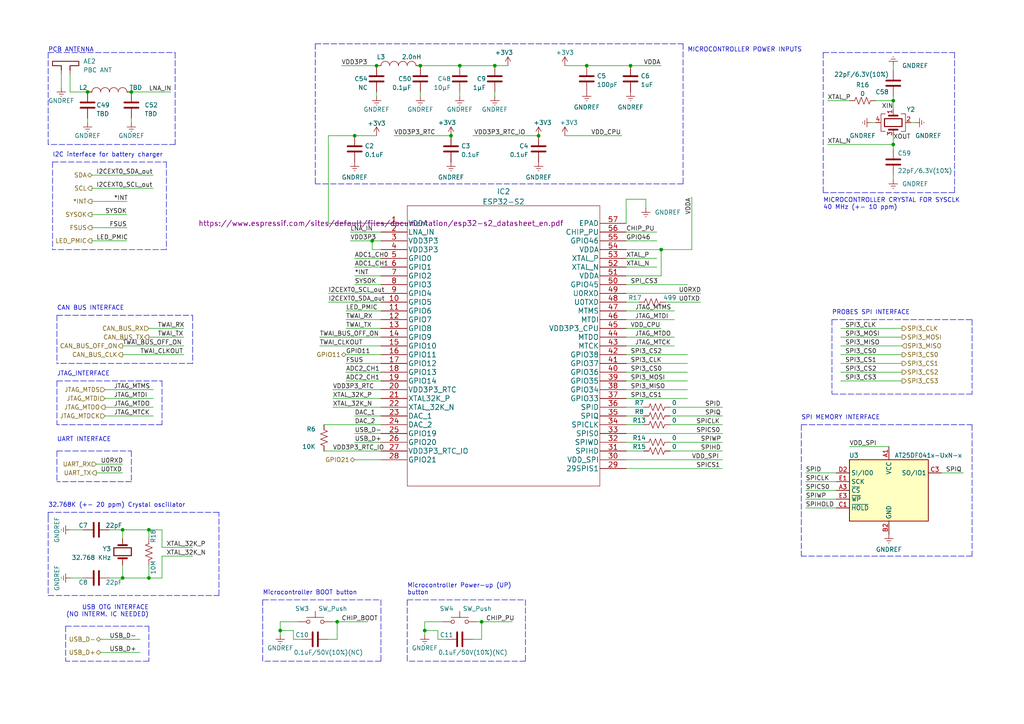
<source format=kicad_sch>
(kicad_sch (version 20211123) (generator eeschema)
  (paper "A4")
  (title_block (title "Misca PCB") (date "2022-11-14") (rev "A2") (company "Club SynapsÉTS") (comment 1 "Auteur : Jacques Veneziano"))
  (lib_symbols
    (symbol "Device:Antenna_Dipole" (pin_numbers hide) (pin_names (offset 1.016) hide)
      (property "Reference" "AE" (at 1.27 1.27 0))
      (property "Value" "Antenna_Dipole" (at 1.27 0 0))
      (symbol "Antenna_Dipole_1_1"
        (pin input line (at 0 -5.08 90) (length 2.54) (name "~") (number "1"))
        (pin input line (at 2.54 -5.08 90) (length 2.54) (name "~") (number "2"))
      )
    )
    (symbol "Device:C" (pin_numbers hide) (pin_names (offset 0.254))
      (property "Reference" "C" (at 0.635 2.54 0))
      (property "Value" "C" (at 0.635 -2.54 0))
      (symbol "C_1_1"
        (pin passive line (at 0 3.81 270) (length 2.794) (name "~") (number "1"))
        (pin passive line (at 0 -3.81 90) (length 2.794) (name "~") (number "2"))
      )
    )
    (symbol "Device:Crystal" (pin_numbers hide) (pin_names (offset 1.016) hide)
      (property "Reference" "Y" (at 0 3.81 0))
      (property "Value" "Crystal" (at 0 -3.81 0))
      (symbol "Crystal_1_1"
        (pin passive line (at -3.81 0 0) (length 1.27) (name "1") (number "1"))
        (pin passive line (at 3.81 0 180) (length 1.27) (name "2") (number "2"))
      )
    )
    (symbol "Device:Crystal_GND24" (pin_names (offset 1.016) hide)
      (property "Reference" "Y" (at 3.175 5.08 0))
      (property "Value" "Crystal_GND24" (at 3.175 3.175 0))
      (symbol "Crystal_GND24_1_1"
        (pin passive line (at -3.81 0 0) (length 1.27) (name "1") (number "1"))
        (pin passive line (at 0 5.08 270) (length 1.27) (name "2") (number "2"))
        (pin passive line (at 3.81 0 180) (length 1.27) (name "3") (number "3"))
        (pin passive line (at 0 -5.08 90) (length 1.27) (name "4") (number "4"))
      )
    )
    (symbol "Device:R_US" (pin_numbers hide) (pin_names (offset 0))
      (property "Reference" "R" (at 2.54 0 90))
      (property "Value" "R_US" (at -2.54 0 90))
      (symbol "R_US_1_1"
        (pin passive line (at 0 3.81 270) (length 1.27) (name "~") (number "1"))
        (pin passive line (at 0 -3.81 90) (length 1.27) (name "~") (number "2"))
      )
    )
    (symbol "ESP32-S2:ESP32-S2" (pin_names (offset 0.254))
      (property "Reference" "IC" (at 35.56 10.16 0))
      (property "Value" "ESP32-S2" (at 35.56 7.62 0))
      (symbol "ESP32-S2_1_1"
        (pin power_in line (at 0 0 0) (length 7.62) (name "VDDA") (number "1"))
        (pin bidirectional line (at 0 -22.86 0) (length 7.62) (name "GPIO5") (number "10"))
        (pin bidirectional line (at 0 -25.4 0) (length 7.62) (name "GPIO6") (number "11"))
        (pin bidirectional line (at 0 -27.94 0) (length 7.62) (name "GPIO7") (number "12"))
        (pin bidirectional line (at 0 -30.48 0) (length 7.62) (name "GPIO8") (number "13"))
        (pin bidirectional line (at 0 -33.02 0) (length 7.62) (name "GPIO9") (number "14"))
        (pin bidirectional line (at 0 -35.56 0) (length 7.62) (name "GPIO10") (number "15"))
        (pin bidirectional line (at 0 -38.1 0) (length 7.62) (name "GPIO11") (number "16"))
        (pin bidirectional line (at 0 -40.64 0) (length 7.62) (name "GPIO12") (number "17"))
        (pin bidirectional line (at 0 -43.18 0) (length 7.62) (name "GPIO13") (number "18"))
        (pin bidirectional line (at 0 -45.72 0) (length 7.62) (name "GPIO14") (number "19"))
        (pin unspecified line (at 0 -2.54 0) (length 7.62) (name "LNA_IN") (number "2"))
        (pin power_in line (at 0 -48.26 0) (length 7.62) (name "VDD3P3_RTC") (number "20"))
        (pin unspecified line (at 0 -50.8 0) (length 7.62) (name "XTAL32K_P") (number "21"))
        (pin unspecified line (at 0 -53.34 0) (length 7.62) (name "XTAL_32K_N") (number "22"))
        (pin bidirectional line (at 0 -55.88 0) (length 7.62) (name "DAC_1") (number "23"))
        (pin bidirectional line (at 0 -58.42 0) (length 7.62) (name "DAC_2") (number "24"))
        (pin bidirectional line (at 0 -60.96 0) (length 7.62) (name "GPIO19") (number "25"))
        (pin bidirectional line (at 0 -63.5 0) (length 7.62) (name "GPIO20") (number "26"))
        (pin power_in line (at 0 -66.04 0) (length 7.62) (name "VDD3P3_RTC_IO") (number "27"))
        (pin bidirectional line (at 0 -68.58 0) (length 7.62) (name "GPIO21") (number "28"))
        (pin unspecified line (at 71.12 -71.12 180) (length 7.62) (name "29SPIS1") (number "29"))
        (pin power_in line (at 0 -5.08 0) (length 7.62) (name "VDD3P3") (number "3"))
        (pin power_in line (at 71.12 -68.58 180) (length 7.62) (name "VDD_SPI") (number "30"))
        (pin unspecified line (at 71.12 -66.04 180) (length 7.62) (name "SPIHD") (number "31"))
        (pin unspecified line (at 71.12 -63.5 180) (length 7.62) (name "SPIWD") (number "32"))
        (pin unspecified line (at 71.12 -60.96 180) (length 7.62) (name "SPIS0") (number "33"))
        (pin unspecified line (at 71.12 -58.42 180) (length 7.62) (name "SPICLK") (number "34"))
        (pin unspecified line (at 71.12 -55.88 180) (length 7.62) (name "SPIQ") (number "35"))
        (pin unspecified line (at 71.12 -53.34 180) (length 7.62) (name "SPID") (number "36"))
        (pin bidirectional line (at 71.12 -50.8 180) (length 7.62) (name "GPIO33") (number "37"))
        (pin bidirectional line (at 71.12 -48.26 180) (length 7.62) (name "GPIO34") (number "38"))
        (pin bidirectional line (at 71.12 -45.72 180) (length 7.62) (name "GPIO35") (number "39"))
        (pin power_in line (at 0 -7.62 0) (length 7.62) (name "VDD3P3") (number "4"))
        (pin bidirectional line (at 71.12 -43.18 180) (length 7.62) (name "GPIO36") (number "40"))
        (pin bidirectional line (at 71.12 -40.64 180) (length 7.62) (name "GPIO37") (number "41"))
        (pin bidirectional line (at 71.12 -38.1 180) (length 7.62) (name "GPIO38") (number "42"))
        (pin unspecified line (at 71.12 -35.56 180) (length 7.62) (name "MTCK") (number "43"))
        (pin unspecified line (at 71.12 -33.02 180) (length 7.62) (name "MTDO") (number "44"))
        (pin power_in line (at 71.12 -30.48 180) (length 7.62) (name "VDD3P3_CPU") (number "45"))
        (pin unspecified line (at 71.12 -27.94 180) (length 7.62) (name "MTDI") (number "46"))
        (pin unspecified line (at 71.12 -25.4 180) (length 7.62) (name "MTMS") (number "47"))
        (pin bidirectional line (at 71.12 -22.86 180) (length 7.62) (name "U0TXD") (number "48"))
        (pin bidirectional line (at 71.12 -20.32 180) (length 7.62) (name "U0RXD") (number "49"))
        (pin bidirectional line (at 0 -10.16 0) (length 7.62) (name "GPIO0") (number "5"))
        (pin bidirectional line (at 71.12 -17.78 180) (length 7.62) (name "GPIO45") (number "50"))
        (pin power_in line (at 71.12 -15.24 180) (length 7.62) (name "VDDA") (number "51"))
        (pin unspecified line (at 71.12 -12.7 180) (length 7.62) (name "XTAL_N") (number "52"))
        (pin unspecified line (at 71.12 -10.16 180) (length 7.62) (name "XTAL_P") (number "53"))
        (pin power_in line (at 71.12 -7.62 180) (length 7.62) (name "VDDA") (number "54"))
        (pin bidirectional line (at 71.12 -5.08 180) (length 7.62) (name "GPIO46") (number "55"))
        (pin unspecified line (at 71.12 -2.54 180) (length 7.62) (name "CHIP_PU") (number "56"))
        (pin unspecified line (at 71.12 0 180) (length 7.62) (name "EPAD") (number "57"))
        (pin bidirectional line (at 0 -12.7 0) (length 7.62) (name "GPIO1") (number "6"))
        (pin bidirectional line (at 0 -15.24 0) (length 7.62) (name "GPIO2") (number "7"))
        (pin bidirectional line (at 0 -17.78 0) (length 7.62) (name "GPIO3") (number "8"))
        (pin bidirectional line (at 0 -20.32 0) (length 7.62) (name "GPIO4") (number "9"))
      )
    )
    (symbol "Memory_Flash:AT25DF041x-UxN-x"
      (property "Reference" "U" (at 2.54 12.7 0))
      (property "Value" "AT25DF041x-UxN-x" (at 10.16 10.16 0))
      (symbol "AT25DF041x-UxN-x_1_1"
        (pin power_in line (at 0 12.7 270) (length 3.81) (name "VCC") (number "A1"))
        (pin input line (at -15.24 0 0) (length 3.81) (name "~{CS}") (number "A3"))
        (pin power_in line (at 0 -12.7 90) (length 3.81) (name "GND") (number "B2"))
        (pin bidirectional line (at -15.24 -5.08 0) (length 3.81) (name "~{HOLD}") (number "C1"))
        (pin bidirectional line (at 15.24 5.08 180) (length 3.81) (name "SO/IO1") (number "C3"))
        (pin bidirectional line (at -15.24 5.08 0) (length 3.81) (name "SI/IO0") (number "D2"))
        (pin input line (at -15.24 2.54 0) (length 3.81) (name "SCK") (number "E1"))
        (pin bidirectional line (at -15.24 -2.54 0) (length 3.81) (name "~{WP}") (number "E3"))
      )
    )
    (symbol "Switch:SW_Push" (pin_numbers hide) (pin_names (offset 1.016) hide)
      (property "Reference" "SW" (at 1.27 2.54 0))
      (property "Value" "SW_Push" (at 0 -1.524 0))
      (symbol "SW_Push_0_1"
        (pin passive line (at -5.08 0 0) (length 2.54) (name "1") (number "1"))
        (pin passive line (at 5.08 0 180) (length 2.54) (name "2") (number "2"))
      )
    )
    (symbol "power:+3.3V" (power) (pin_names (offset 0))
      (property "Value" "+3.3V" (at 0 3.556 0))
      (symbol "+3.3V_1_1"
        (pin power_in line (at 0 0 90) (length 0) hide (name "+3V3") (number "1"))
      )
    )
    (symbol "power:GNDREF" (power) (pin_names (offset 0))
      (property "Value" "GNDREF" (at 0 -3.81 0))
      (symbol "GNDREF_1_1"
        (pin power_in line (at 0 0 270) (length 0) hide (name "GNDREF") (number "1"))
      )
    )
    (symbol "pspice:INDUCTOR" (pin_numbers hide) (pin_names (offset 0) hide)
      (property "Reference" "L" (at 0 2.54 0))
      (property "Value" "INDUCTOR" (at 0 -1.27 0))
      (symbol "INDUCTOR_1_1"
        (pin input line (at -6.35 0 0) (length 1.27) (name "1") (number "1"))
        (pin input line (at 6.35 0 180) (length 1.27) (name "2") (number "2"))
      )
    )
  )
  (junction (at 97.79 180.34))
  (junction (at 143.51 19.05))
  (junction (at 259.08 41.91))
  (junction (at 121.92 19.05))
  (junction (at 191.77 72.39))
  (junction (at 81.28 182.88))
  (junction (at 102.87 39.37))
  (junction (at 123.19 182.88))
  (junction (at 133.35 19.05))
  (junction (at 170.18 19.05))
  (junction (at 35.56 167.64))
  (junction (at 130.81 39.37))
  (junction (at 139.7 180.34))
  (junction (at 182.88 19.05))
  (junction (at 43.18 167.64))
  (junction (at 107.95 69.85))
  (junction (at 259.08 29.21))
  (junction (at 156.21 39.37))
  (junction (at 35.56 153.67))
  (junction (at 109.22 19.05))
  (junction (at 25.4 26.67))
  (junction (at 38.1 26.67))
  (junction (at 43.18 153.67))
  (wire (pts (xy 233.68 144.78) (xy 242.57 144.78)))
  (wire (pts (xy 194.31 120.65) (xy 209.55 120.65)))
  (polyline (pts (xy 13.97 172.72) (xy 63.5 172.72)))
  (polyline (pts (xy 281.94 92.71) (xy 281.94 114.3)))
  (polyline (pts (xy 19.05 181.61) (xy 19.05 191.77)))
  (wire (pts (xy 26.67 69.85) (xy 36.83 69.85)))
  (wire (pts (xy 181.61 107.95) (xy 199.39 107.95)))
  (polyline (pts (xy 76.2 173.99) (xy 76.2 191.77)))
  (wire (pts (xy 181.61 133.35) (xy 209.55 133.35)))
  (wire (pts (xy 243.84 102.87) (xy 261.62 102.87)))
  (wire (pts (xy 101.6 67.31) (xy 110.49 67.31)))
  (wire (pts (xy 30.48 115.57) (xy 44.45 115.57)))
  (wire (pts (xy 243.84 100.33) (xy 261.62 100.33)))
  (wire (pts (xy 110.49 64.77) (xy 95.25 64.77)))
  (wire (pts (xy 246.38 129.54) (xy 257.81 129.54)))
  (polyline (pts (xy 55.88 91.44) (xy 55.88 105.41)))
  (wire (pts (xy 259.08 50.8) (xy 259.08 52.07)))
  (wire (pts (xy 181.61 100.33) (xy 195.58 100.33)))
  (wire (pts (xy 46.99 167.64) (xy 46.99 161.29)))
  (wire (pts (xy 99.06 19.05) (xy 109.22 19.05)))
  (wire (pts (xy 139.7 185.42) (xy 139.7 180.34)))
  (wire (pts (xy 27.94 137.16) (xy 35.56 137.16)))
  (wire (pts (xy 123.19 182.88) (xy 123.19 184.15)))
  (wire (pts (xy 35.56 156.21) (xy 35.56 153.67)))
  (wire (pts (xy 95.25 39.37) (xy 102.87 39.37)))
  (wire (pts (xy 181.61 120.65) (xy 186.69 120.65)))
  (wire (pts (xy 20.32 167.64) (xy 24.13 167.64)))
  (wire (pts (xy 194.31 130.81) (xy 209.55 130.81)))
  (polyline (pts (xy 50.8 15.24) (xy 50.8 41.91)))
  (wire (pts (xy 101.6 69.85) (xy 107.95 69.85)))
  (polyline (pts (xy 232.41 123.19) (xy 281.94 123.19)))
  (wire (pts (xy 147.32 19.05) (xy 143.51 19.05)))
  (polyline (pts (xy 16.51 130.81) (xy 16.51 139.7)))
  (wire (pts (xy 87.63 185.42) (xy 85.09 185.42)))
  (wire (pts (xy 35.56 163.83) (xy 35.56 167.64)))
  (polyline (pts (xy 13.97 15.24) (xy 50.8 15.24)))
  (polyline (pts (xy 38.1 139.7) (xy 16.51 139.7)))
  (polyline (pts (xy 43.18 181.61) (xy 43.18 191.77)))
  (wire (pts (xy 86.36 180.34) (xy 81.28 180.34)))
  (polyline (pts (xy 46.99 110.49) (xy 46.99 123.19)))
  (wire (pts (xy 181.61 80.01) (xy 191.77 80.01)))
  (wire (pts (xy 102.87 133.35) (xy 110.49 133.35)))
  (wire (pts (xy 233.68 139.7) (xy 242.57 139.7)))
  (wire (pts (xy 243.84 110.49) (xy 261.62 110.49)))
  (polyline (pts (xy 38.1 130.81) (xy 38.1 139.7)))
  (wire (pts (xy 243.84 97.79) (xy 261.62 97.79)))
  (wire (pts (xy 100.33 110.49) (xy 110.49 110.49)))
  (wire (pts (xy 96.52 118.11) (xy 110.49 118.11)))
  (polyline (pts (xy 110.49 191.77) (xy 76.2 191.77)))
  (wire (pts (xy 133.35 19.05) (xy 121.92 19.05)))
  (wire (pts (xy 102.87 128.27) (xy 110.49 128.27)))
  (polyline (pts (xy 232.41 123.19) (xy 232.41 161.29)))
  (wire (pts (xy 95.25 185.42) (xy 97.79 185.42)))
  (wire (pts (xy 233.68 142.24) (xy 242.57 142.24)))
  (polyline (pts (xy 19.05 181.61) (xy 43.18 181.61)))
  (wire (pts (xy 181.61 90.17) (xy 195.58 90.17)))
  (wire (pts (xy 259.08 19.05) (xy 259.08 20.32)))
  (wire (pts (xy 26.67 66.04) (xy 36.83 66.04)))
  (wire (pts (xy 170.18 19.05) (xy 182.88 19.05)))
  (wire (pts (xy 43.18 97.79) (xy 53.34 97.79)))
  (polyline (pts (xy 238.76 15.24) (xy 238.76 55.88)))
  (wire (pts (xy 43.18 153.67) (xy 46.99 153.67)))
  (wire (pts (xy 137.16 185.42) (xy 139.7 185.42)))
  (polyline (pts (xy 63.5 172.72) (xy 63.5 148.59)))
  (polyline (pts (xy 48.26 72.39) (xy 15.24 72.39)))
  (wire (pts (xy 129.54 185.42) (xy 127 185.42)))
  (wire (pts (xy 100.33 107.95) (xy 110.49 107.95)))
  (polyline (pts (xy 110.49 173.99) (xy 110.49 191.77)))
  (polyline (pts (xy 13.97 149.86) (xy 13.97 172.72)))
  (wire (pts (xy 102.87 74.93) (xy 110.49 74.93)))
  (wire (pts (xy 92.71 97.79) (xy 110.49 97.79)))
  (wire (pts (xy 181.61 57.785) (xy 187.325 57.785)))
  (wire (pts (xy 243.84 105.41) (xy 261.62 105.41)))
  (polyline (pts (xy 276.86 15.24) (xy 276.86 55.88)))
  (wire (pts (xy 29.21 185.42) (xy 40.64 185.42)))
  (wire (pts (xy 110.49 72.39) (xy 107.95 72.39)))
  (polyline (pts (xy 16.51 130.81) (xy 38.1 130.81)))
  (wire (pts (xy 139.7 180.34) (xy 148.59 180.34)))
  (wire (pts (xy 181.61 102.87) (xy 199.39 102.87)))
  (wire (pts (xy 100.33 90.17) (xy 110.49 90.17)))
  (wire (pts (xy 181.61 130.81) (xy 186.69 130.81)))
  (wire (pts (xy 97.79 185.42) (xy 97.79 180.34)))
  (wire (pts (xy 181.61 72.39) (xy 191.77 72.39)))
  (wire (pts (xy 181.61 115.57) (xy 199.39 115.57)))
  (wire (pts (xy 46.99 158.75) (xy 55.88 158.75)))
  (wire (pts (xy 20.32 153.67) (xy 24.13 153.67)))
  (wire (pts (xy 100.33 95.25) (xy 110.49 95.25)))
  (polyline (pts (xy 43.18 191.77) (xy 19.05 191.77)))
  (polyline (pts (xy 55.88 105.41) (xy 16.51 105.41)))
  (polyline (pts (xy 152.4 173.99) (xy 152.4 191.77)))
  (polyline (pts (xy 198.12 53.34) (xy 91.44 53.34)))
  (wire (pts (xy 100.33 102.87) (xy 110.49 102.87)))
  (polyline (pts (xy 76.2 173.99) (xy 110.49 173.99)))
  (polyline (pts (xy 46.99 123.19) (xy 16.51 123.19)))
  (polyline (pts (xy 238.76 15.24) (xy 276.86 15.24)))
  (wire (pts (xy 96.52 113.03) (xy 110.49 113.03)))
  (wire (pts (xy 181.61 64.77) (xy 181.61 57.785)))
  (wire (pts (xy 194.31 123.19) (xy 209.55 123.19)))
  (wire (pts (xy 31.75 167.64) (xy 35.56 167.64)))
  (wire (pts (xy 181.61 97.79) (xy 195.58 97.79)))
  (wire (pts (xy 138.43 180.34) (xy 139.7 180.34)))
  (wire (pts (xy 123.19 180.34) (xy 123.19 182.88)))
  (wire (pts (xy 181.61 77.47) (xy 190.5 77.47)))
  (wire (pts (xy 200.66 57.15) (xy 200.66 72.39)))
  (wire (pts (xy 26.67 54.61) (xy 44.45 54.61)))
  (wire (pts (xy 133.35 26.67) (xy 133.35 27.94)))
  (wire (pts (xy 121.92 26.67) (xy 121.92 27.94)))
  (wire (pts (xy 181.61 67.31) (xy 190.5 67.31)))
  (wire (pts (xy 128.27 180.34) (xy 123.19 180.34)))
  (wire (pts (xy 102.87 80.01) (xy 110.49 80.01)))
  (wire (pts (xy 46.99 161.29) (xy 55.88 161.29)))
  (wire (pts (xy 194.31 128.27) (xy 209.55 128.27)))
  (polyline (pts (xy 16.51 91.44) (xy 55.88 91.44)))
  (polyline (pts (xy 16.51 110.49) (xy 16.51 123.19)))
  (wire (pts (xy 20.32 21.59) (xy 20.32 26.67)))
  (wire (pts (xy 107.95 72.39) (xy 107.95 69.85)))
  (wire (pts (xy 35.56 167.64) (xy 43.18 167.64)))
  (wire (pts (xy 163.83 39.37) (xy 180.34 39.37)))
  (wire (pts (xy 38.1 26.67) (xy 49.53 26.67)))
  (wire (pts (xy 243.84 95.25) (xy 261.62 95.25)))
  (wire (pts (xy 233.68 137.16) (xy 242.57 137.16)))
  (wire (pts (xy 181.61 92.71) (xy 195.58 92.71)))
  (wire (pts (xy 182.88 19.05) (xy 191.77 19.05)))
  (wire (pts (xy 46.99 153.67) (xy 46.99 158.75)))
  (wire (pts (xy 181.61 135.89) (xy 209.55 135.89)))
  (wire (pts (xy 43.18 153.67) (xy 43.18 156.21)))
  (polyline (pts (xy 152.4 191.77) (xy 118.11 191.77)))
  (polyline (pts (xy 15.24 46.99) (xy 15.24 72.39)))
  (wire (pts (xy 95.25 64.77) (xy 95.25 39.37)))
  (wire (pts (xy 43.18 95.25) (xy 53.34 95.25)))
  (wire (pts (xy 252.73 35.56) (xy 254 35.56)))
  (polyline (pts (xy 50.8 41.91) (xy 13.97 41.91)))
  (wire (pts (xy 254 29.21) (xy 259.08 29.21)))
  (wire (pts (xy 26.67 58.42) (xy 36.83 58.42)))
  (polyline (pts (xy 198.12 12.7) (xy 198.12 53.34)))
  (wire (pts (xy 259.08 39.37) (xy 259.08 41.91)))
  (wire (pts (xy 93.98 130.81) (xy 110.49 130.81)))
  (wire (pts (xy 181.61 95.25) (xy 191.77 95.25)))
  (wire (pts (xy 240.03 29.21) (xy 246.38 29.21)))
  (polyline (pts (xy 241.3 92.71) (xy 281.94 92.71)))
  (wire (pts (xy 259.08 41.91) (xy 259.08 43.18)))
  (wire (pts (xy 85.09 185.42) (xy 85.09 182.88)))
  (wire (pts (xy 35.56 153.67) (xy 43.18 153.67)))
  (wire (pts (xy 156.21 39.37) (xy 137.16 39.37)))
  (wire (pts (xy 95.25 85.09) (xy 110.49 85.09)))
  (wire (pts (xy 102.87 120.65) (xy 110.49 120.65)))
  (wire (pts (xy 191.77 80.01) (xy 191.77 72.39)))
  (wire (pts (xy 143.51 26.67) (xy 143.51 27.94)))
  (wire (pts (xy 181.61 105.41) (xy 199.39 105.41)))
  (wire (pts (xy 35.56 102.87) (xy 53.34 102.87)))
  (wire (pts (xy 30.48 113.03) (xy 44.45 113.03)))
  (wire (pts (xy 114.3 39.37) (xy 130.81 39.37)))
  (wire (pts (xy 81.28 180.34) (xy 81.28 182.88)))
  (wire (pts (xy 233.68 147.32) (xy 242.57 147.32)))
  (polyline (pts (xy 16.51 91.44) (xy 16.51 105.41)))
  (polyline (pts (xy 48.26 46.99) (xy 48.26 72.39)))
  (polyline (pts (xy 281.94 161.29) (xy 232.41 161.29)))
  (wire (pts (xy 102.87 82.55) (xy 110.49 82.55)))
  (wire (pts (xy 29.21 189.23) (xy 40.64 189.23)))
  (wire (pts (xy 181.61 123.19) (xy 186.69 123.19)))
  (wire (pts (xy 127 185.42) (xy 127 182.88)))
  (wire (pts (xy 26.67 50.8) (xy 44.45 50.8)))
  (polyline (pts (xy 13.97 148.59) (xy 13.97 149.86)))
  (wire (pts (xy 30.48 120.65) (xy 44.45 120.65)))
  (wire (pts (xy 259.08 27.94) (xy 259.08 29.21)))
  (wire (pts (xy 107.95 69.85) (xy 110.49 69.85)))
  (wire (pts (xy 240.03 41.91) (xy 259.08 41.91)))
  (polyline (pts (xy 276.86 55.88) (xy 238.76 55.88)))
  (wire (pts (xy 35.56 100.33) (xy 53.34 100.33)))
  (wire (pts (xy 85.09 182.88) (xy 81.28 182.88)))
  (wire (pts (xy 38.1 34.29) (xy 38.1 35.56)))
  (polyline (pts (xy 281.94 114.3) (xy 241.3 114.3)))
  (wire (pts (xy 96.52 115.57) (xy 110.49 115.57)))
  (wire (pts (xy 35.56 153.67) (xy 31.75 153.67)))
  (polyline (pts (xy 281.94 123.19) (xy 281.94 161.29)))
  (wire (pts (xy 181.61 118.11) (xy 186.69 118.11)))
  (wire (pts (xy 109.22 26.67) (xy 109.22 27.94)))
  (wire (pts (xy 181.61 87.63) (xy 185.42 87.63)))
  (wire (pts (xy 27.94 134.62) (xy 35.56 134.62)))
  (polyline (pts (xy 15.24 46.99) (xy 48.26 46.99)))
  (polyline (pts (xy 118.11 173.99) (xy 152.4 173.99)))
  (wire (pts (xy 102.87 125.73) (xy 110.49 125.73)))
  (polyline (pts (xy 91.44 12.7) (xy 198.12 12.7)))
  (wire (pts (xy 102.87 77.47) (xy 110.49 77.47)))
  (polyline (pts (xy 63.5 148.59) (xy 13.97 148.59)))
  (wire (pts (xy 191.77 72.39) (xy 200.66 72.39)))
  (wire (pts (xy 100.33 105.41) (xy 110.49 105.41)))
  (polyline (pts (xy 13.97 15.24) (xy 13.97 41.91)))
  (polyline (pts (xy 16.51 110.49) (xy 46.99 110.49)))
  (wire (pts (xy 264.16 35.56) (xy 265.43 35.56)))
  (wire (pts (xy 92.71 100.33) (xy 110.49 100.33)))
  (wire (pts (xy 93.98 123.19) (xy 110.49 123.19)))
  (wire (pts (xy 181.61 69.85) (xy 190.5 69.85)))
  (wire (pts (xy 259.08 29.21) (xy 259.08 31.75)))
  (wire (pts (xy 243.84 107.95) (xy 261.62 107.95)))
  (wire (pts (xy 181.61 110.49) (xy 199.39 110.49)))
  (polyline (pts (xy 241.3 92.71) (xy 241.3 114.3)))
  (wire (pts (xy 181.61 128.27) (xy 186.69 128.27)))
  (wire (pts (xy 43.18 167.64) (xy 43.18 163.83)))
  (wire (pts (xy 17.78 21.59) (xy 17.78 25.4)))
  (wire (pts (xy 181.61 74.93) (xy 190.5 74.93)))
  (wire (pts (xy 20.32 26.67) (xy 25.4 26.67)))
  (wire (pts (xy 163.83 19.05) (xy 170.18 19.05)))
  (wire (pts (xy 127 182.88) (xy 123.19 182.88)))
  (wire (pts (xy 25.4 34.29) (xy 25.4 35.56)))
  (wire (pts (xy 95.25 87.63) (xy 110.49 87.63)))
  (wire (pts (xy 181.61 125.73) (xy 209.55 125.73)))
  (wire (pts (xy 96.52 180.34) (xy 97.79 180.34)))
  (wire (pts (xy 273.05 137.16) (xy 279.4 137.16)))
  (wire (pts (xy 43.18 167.64) (xy 46.99 167.64)))
  (wire (pts (xy 193.04 87.63) (xy 203.2 87.63)))
  (wire (pts (xy 102.87 39.37) (xy 109.22 39.37)))
  (wire (pts (xy 133.35 19.05) (xy 143.51 19.05)))
  (polyline (pts (xy 118.11 173.99) (xy 118.11 191.77)))
  (polyline (pts (xy 91.44 12.7) (xy 91.44 53.34)))
  (wire (pts (xy 187.325 57.785) (xy 187.325 60.325)))
  (wire (pts (xy 181.61 85.09) (xy 203.2 85.09)))
  (wire (pts (xy 30.48 118.11) (xy 44.45 118.11)))
  (wire (pts (xy 26.67 62.23) (xy 36.83 62.23)))
  (wire (pts (xy 181.61 82.55) (xy 199.39 82.55)))
  (wire (pts (xy 81.28 182.88) (xy 81.28 184.15)))
  (wire (pts (xy 97.79 180.34) (xy 106.68 180.34)))
  (wire (pts (xy 181.61 113.03) (xy 199.39 113.03)))
  (wire (pts (xy 194.31 118.11) (xy 209.55 118.11)))
  (wire (pts (xy 100.33 92.71) (xy 110.49 92.71)))
  (text "MICROCONTROLLER CRYSTAL FOR SYSCLK\n40 MHz (+- 10 ppm)\n" (at 238.76 60.96 0) (effects (font (size 1.27 1.27)) (justify left bottom)))
  (text "I2C interface for battery charger\n" (at 15.24 45.72 0) (effects (font (size 1.27 1.27)) (justify left bottom)))
  (text "PCB ANTENNA\n" (at 13.97 15.24 0) (effects (font (size 1.27 1.27)) (justify left bottom)))
  (text "Microcontroller BOOT button\n" (at 76.2 172.72 0) (effects (font (size 1.27 1.27)) (justify left bottom)))
  (text "JTAG_INTERFACE\n" (at 16.51 109.22 0) (effects (font (size 1.27 1.27)) (justify left bottom)))
  (text "32.768K (+- 20 ppm) Crystal oscillator\n" (at 13.97 147.32 0) (effects (font (size 1.27 1.27)) (justify left bottom)))
  (text "UART INTERFACE\n" (at 16.51 128.27 0) (effects (font (size 1.27 1.27)) (justify left bottom)))
  (text "PROBES SPI INTERFACE" (at 241.3 91.44 0) (effects (font (size 1.27 1.27)) (justify left bottom)))
  (text "CAN BUS INTERFACE\n" (at 16.51 90.17 0) (effects (font (size 1.27 1.27)) (justify left bottom)))
  (text "Microcontroller Power-up (UP)\nbutton" (at 118.11 172.72 0) (effects (font (size 1.27 1.27)) (justify left bottom)))
  (text "MICROCONTROLLER POWER INPUTS\n" (at 199.39 15.24 0) (effects (font (size 1.27 1.27)) (justify left bottom)))
  (text "SPI MEMORY INTERFACE\n" (at 232.41 121.92 0) (effects (font (size 1.27 1.27)) (justify left bottom)))
  (text "USB OTG INTERFACE\n(NO INTERM. IC NEEDED)" (at 43.18 179.07 180) (effects (font (size 1.27 1.27)) (justify right bottom)))
  (label "DAC_1" (at 102.87 120.65 0))
  (label "SPICS0" (at 233.68 142.24 0))
  (label "TWAI_TX" (at 45.72 97.79 0))
  (label "SPI3_CLK" (at 182.88 105.41 0))
  (label "ADC1_CH1" (at 102.87 77.47 0))
  (label "JTAG_MTCK" (at 184.15 100.33 0))
  (label "SPI3_CS3" (at 245.11 110.49 0))
  (label "JTAG_MTDO" (at 184.15 97.79 0))
  (label "TWAI_TX" (at 100.33 95.25 0))
  (label "U0RXD" (at 196.85 85.09 0))
  (label "U0TXD" (at 29.21 137.16 0))
  (label "CHIP_PU" (at 181.61 67.31 0))
  (label "SPICS0" (at 201.93 125.73 0))
  (label "*INT" (at 33.02 58.42 0))
  (label "LED_PMIC" (at 100.33 90.17 0))
  (label "XIN" (at 259.08 31.75 180))
  (label "XTAL_N" (at 181.61 77.47 0))
  (label "VDD3P3_RTC_IO" (at 96.52 130.81 0))
  (label "ADC1_CH0" (at 102.87 74.93 0))
  (label "SPIQ" (at 274.32 137.16 0))
  (label "SPI3_CS0" (at 182.88 107.95 0))
  (label "TWAI_RX" (at 45.72 95.25 0))
  (label "FSUS" (at 31.75 66.04 0))
  (label "I2CEXT0_SDA_out" (at 27.94 50.8 0))
  (label "TWAI_BUS_OFF_ON" (at 92.71 97.79 0))
  (label "SPI3_CS1" (at 182.88 115.57 0))
  (label "TWAI_CLKOUT" (at 40.64 102.87 0))
  (label "SPID" (at 204.47 118.11 0))
  (label "VDD_SPI" (at 246.38 129.54 0))
  (label "U0TXD" (at 196.85 87.63 0))
  (label "SPI3_MISO" (at 245.11 100.33 0))
  (label "CHIP_PU" (at 140.97 180.34 0))
  (label "SPIQ" (at 204.47 120.65 0))
  (label "SPIWP" (at 233.68 144.78 0))
  (label "SPIWP" (at 203.2 128.27 0))
  (label "SPI_CS3" (at 182.88 82.55 0))
  (label "SPICLK" (at 233.68 139.7 0))
  (label "SPIHD" (at 203.2 130.81 0))
  (label "VDD_CPU" (at 182.88 95.25 0))
  (label "I2CEXT0_SCL_out" (at 95.25 85.09 0))
  (label "LED_PMIC" (at 27.94 69.85 0))
  (label "XTAL_P" (at 240.03 29.21 0))
  (label "TWAI_BUS_OFF_ON" (at 35.56 100.33 0))
  (label "XTAL_32K_P" (at 96.52 115.57 0))
  (label "GPIO46" (at 181.61 69.85 0))
  (label "SPICLK" (at 201.93 123.19 0))
  (label "SPI3_CS1" (at 245.11 105.41 0))
  (label "LNA_IN" (at 43.18 26.67 0))
  (label "SYSOK" (at 102.87 82.55 0))
  (label "JTAG_MTDO" (at 33.02 118.11 0))
  (label "U0RXD" (at 29.21 134.62 0))
  (label "JTAG_MTDI" (at 33.02 115.57 0))
  (label "VDD_SPI" (at 200.66 133.35 0))
  (label "CHIP_BOOT" (at 99.06 180.34 0))
  (label "VDD_CPU" (at 171.45 39.37 0))
  (label "SPI3_CS0" (at 245.11 102.87 0))
  (label "ADC2_CH1" (at 100.33 110.49 0))
  (label "SPI3_CS2" (at 245.11 107.95 0))
  (label "SPICS1" (at 201.93 135.89 0))
  (label "XTAL_P" (at 181.61 74.93 0))
  (label "JTAG_MTCK" (at 33.02 120.65 0))
  (label "ADC2_CH1" (at 100.33 107.95 0))
  (label "VDD3P3" (at 99.06 19.05 0))
  (label "VDDA" (at 200.66 62.23 90))
  (label "I2CEXT0_SCL_out" (at 27.94 54.61 0))
  (label "JTAG_MTMS" (at 33.02 113.03 0))
  (label "VDD3P3_RTC" (at 114.3 39.37 0))
  (label "DAC_2" (at 102.87 123.19 0))
  (label "SPIHOLD" (at 233.68 147.32 0))
  (label "XOUT" (at 259.08 40.64 0))
  (label "SPI3_CS2" (at 182.88 102.87 0))
  (label "XTAL_32K_N" (at 96.52 118.11 0))
  (label "XTAL_32K_P" (at 48.26 158.75 0))
  (label "USB_D-" (at 31.75 185.42 0))
  (label "VDD3P3_RTC_IO" (at 152.4 39.37 180))
  (label "USB_D+" (at 102.87 128.27 0))
  (label "*INT" (at 102.87 80.01 0))
  (label "USB_D-" (at 102.87 125.73 0))
  (label "XTAL_32K_N" (at 48.26 161.29 0))
  (label "USB_D+" (at 31.75 189.23 0))
  (label "FSUS" (at 100.33 105.41 0))
  (label "VDDA" (at 186.69 19.05 0))
  (label "JTAG_MTDI" (at 184.15 92.71 0))
  (label "I2CEXT0_SDA_out" (at 95.25 87.63 0))
  (label "JTAG_MTMS" (at 184.15 90.17 0))
  (label "SPI3_MOSI" (at 182.88 110.49 0))
  (label "TWAI_CLKOUT" (at 92.71 100.33 0))
  (label "SPI3_MISO" (at 182.88 113.03 0))
  (label "VDD3P3" (at 101.6 69.85 0))
  (label "SPID" (at 233.68 137.16 0))
  (label "SPI3_CLK" (at 245.11 95.25 0))
  (label "LNA_IN" (at 101.6 67.31 0))
  (label "XTAL_N" (at 240.03 41.91 0))
  (label "SPI3_MOSI" (at 245.11 97.79 0))
  (label "VDD3P3_RTC" (at 96.52 113.03 0))
  (label "GPIO11" (at 100.33 102.87 0))
  (label "TWAI_RX" (at 100.33 92.71 0))
  (label "SYSOK" (at 30.48 62.23 0))
  (hierarchical_label "SPI3_CS0" (shape output) (at 261.62 102.87 0))
  (hierarchical_label "UART_TX" (shape output) (at 27.94 137.16 180))
  (hierarchical_label "SPI3_CLK" (shape output) (at 261.62 95.25 0))
  (hierarchical_label "FSUS" (shape output) (at 26.67 66.04 180))
  (hierarchical_label "CAN_BUS_TX" (shape output) (at 43.18 97.79 180))
  (hierarchical_label "USB_D+" (shape bidirectional) (at 29.21 189.23 180))
  (hierarchical_label "USB_D-" (shape bidirectional) (at 29.21 185.42 180))
  (hierarchical_label "CAN_BUS_OFF_ON" (shape output) (at 35.56 100.33 180))
  (hierarchical_label "CAN_BUS_RX" (shape input) (at 43.18 95.25 180))
  (hierarchical_label "UART_RX" (shape input) (at 27.94 134.62 180))
  (hierarchical_label "JTAG_MTDS" (shape input) (at 30.48 113.03 180))
  (hierarchical_label "SPI3_CS3" (shape output) (at 261.62 110.49 0))
  (hierarchical_label "GPIO11" (shape bidirectional) (at 100.33 102.87 180))
  (hierarchical_label "JTAG_MTDCK" (shape input) (at 30.48 120.65 180))
  (hierarchical_label "SCL" (shape output) (at 26.67 54.61 180))
  (hierarchical_label "SPI3_CS2" (shape output) (at 261.62 107.95 0))
  (hierarchical_label "SPI3_MISO" (shape input) (at 261.62 100.33 0))
  (hierarchical_label "SPI3_CS1" (shape output) (at 261.62 105.41 0))
  (hierarchical_label "GPIO21" (shape bidirectional) (at 102.87 133.35 180))
  (hierarchical_label "CAN_BUS_CLK" (shape output) (at 35.56 102.87 180))
  (hierarchical_label "*INT" (shape output) (at 26.67 58.42 180))
  (hierarchical_label "SDA" (shape bidirectional) (at 26.67 50.8 180))
  (hierarchical_label "SYSOK" (shape output) (at 26.67 62.23 180))
  (hierarchical_label "JTAG_MTDI" (shape input) (at 30.48 115.57 180))
  (hierarchical_label "SPI3_MOSI" (shape output) (at 261.62 97.79 0))
  (hierarchical_label "JTAG_MTDO" (shape output) (at 30.48 118.11 180))
  (hierarchical_label "LED_PMIC" (shape output) (at 26.67 69.85 180))
  (symbol (lib_id "ESP32-S2:ESP32-S2") (at 110.49 64.77 0) (unit 1)
    (property "Reference" "IC2" (at 146.05 55.5424 0) (effects (font (size 1.524 1.524))))
    (property "Value" "ESP32-S2" (at 146.05 58.5358 0) (effects (font (size 1.524 1.524))))
    (property "Footprint" "ESP32-S2:ESP32-S2" (effects hide))
    (property "Datasheet" "https://www.espressif.com/sites/default/files/documentation/esp32-s2_datasheet_en.pdf" (at 110.49 64.77 0) (effects (font (size 1.524 1.524))))
    (property "MPN" "ESP32-S2FN4R2" (effects hide))
    (property "Supplier Link" "https://www.digikey.ca/en/products/detail/espressif-systems/ESP32-S2FN4R2/14312448" (effects hide))
  )
  (symbol (lib_id "Switch:SW_Push") (at 133.35 180.34 0) (unit 1)
    (property "Reference" "SW4" (at 129.54 176.53 0))
    (property "Value" "SW_Push" (at 138.43 176.53 0))
    (property "Footprint" "Push_Button:GPTS203211B" (effects hide))
    (property "Datasheet" "http://switches-connectors-custom.cwind.com/Asset/GPTS203211BR2.pdf" (effects hide))
    (property "MPN" "GPTS203211B" (effects hide))
    (property "Supplier Link" "https://www.digikey.ca/en/products/detail/cw-industries/GPTS203211B/3190590" (effects hide))
  )
  (symbol (lib_id "power:GNDREF") (at 121.92 27.94 0) (mirror y) (unit 1)
    (property "Reference" "#PWR016" (effects hide))
    (property "Value" "GNDREF" (at 118.11 31.75 0) (effects (justify right)))
  )
  (symbol (lib_id "power:GNDREF") (at 170.18 26.67 0) (unit 1)
    (property "Reference" "#PWR025" (effects hide))
    (property "Value" "GNDREF" (at 170.18 31.1134 0))
  )
  (symbol (lib_id "power:+3.3V") (at 147.32 19.05 0) (mirror y) (unit 1)
    (property "Reference" "#PWR019" (effects hide))
    (property "Value" "+3.3V" (at 143.51 15.24 0) (effects (justify right)))
  )
  (symbol (lib_id "Device:C") (at 38.1 30.48 0) (unit 1)
    (property "Reference" "C52" (at 41.91 30.48 0) (effects (justify left)))
    (property "Value" "TBD" (at 41.91 33.02 0) (effects (justify left)))
    (property "Footprint" "Capacitor_SMD:C_1206_3216Metric_Pad1.33x1.80mm_HandSolder" (effects hide))
  )
  (symbol (lib_id "power:GNDREF") (at 130.81 46.99 0) (unit 1)
    (property "Reference" "#PWR021" (effects hide))
    (property "Value" "GNDREF" (at 130.81 51.4334 0))
  )
  (symbol (lib_id "power:+3.3V") (at 130.81 39.37 0) (mirror y) (unit 1)
    (property "Reference" "#PWR020" (effects hide))
    (property "Value" "+3.3V" (at 127 35.56 0) (effects (justify right)))
  )
  (symbol (lib_id "Device:C") (at 27.94 167.64 90) (unit 1)
    (property "Reference" "C8" (at 24.13 168.91 90))
    (property "Value" "22pF" (at 33.02 168.91 90))
    (property "Footprint" "Capacitor_SMD:C_1206_3216Metric_Pad1.33x1.80mm_HandSolder" (effects hide))
    (property "Datasheet" "https://www.samsungsem.com/kr/support/product-search/mlcc/CL31C220JBCNNNC.jsp" (effects hide))
    (property "MPN" "CL31C220JBCNNNC" (effects hide))
    (property "Supplier Link" "https://www.digikey.ca/en/products/detail/samsung-electro-mechanics/CL31C220JBCNNNC/3886861" (effects hide))
  )
  (symbol (lib_id "Device:C") (at 102.87 43.18 0) (unit 1)
    (property "Reference" "C2" (at 105.791 42.3453 0) (effects (justify left)))
    (property "Value" "0.1uF" (at 105.791 44.8822 0) (effects (justify left)))
    (property "Footprint" "Capacitor_SMD:C_1206_3216Metric_Pad1.33x1.80mm_HandSolder" (effects hide))
    (property "Datasheet" "https://www.yageo.com/upload/media/product/productsearch/datasheet/mlcc/UPY-GPHC_X7R_6.3V-to-50V_20.pdf" (effects hide))
    (property "MPN" "CC1206KRX7R9BB104" (effects hide))
    (property "Supplier Link" "https://www.digikey.ca/en/products/detail/yageo/CC1206KRX7R9BB104/302913" (effects hide))
  )
  (symbol (lib_id "Device:C") (at 109.22 22.86 0) (mirror y) (unit 1)
    (property "Reference" "C54" (at 106.68 22.86 0) (effects (justify left)))
    (property "Value" "NC" (at 106.68 25.4 0) (effects (justify left)))
    (property "Footprint" "Capacitor_SMD:C_1206_3216Metric_Pad1.33x1.80mm_HandSolder" (effects hide))
  )
  (symbol (lib_id "Device:C") (at 91.44 185.42 270) (unit 1)
    (property "Reference" "C10" (at 87.63 184.15 90))
    (property "Value" "0.1uF/50V(10%)(NC)" (at 95.25 189.23 90))
    (property "Footprint" "Capacitor_SMD:C_1206_3216Metric_Pad1.33x1.80mm_HandSolder" (effects hide))
    (property "Datasheet" "https://www.yageo.com/upload/media/product/productsearch/datasheet/mlcc/UPY-GPHC_X7R_6.3V-to-50V_20.pdf" (effects hide))
    (property "MPN" "CC1206KRX7R9BB104" (effects hide))
    (property "Supplier Link" "https://www.digikey.ca/en/products/detail/yageo/CC1206KRX7R9BB104/302913" (effects hide))
  )
  (symbol (lib_id "Device:R_US") (at 250.19 29.21 90) (unit 1)
    (property "Reference" "R16" (at 250.19 24.6212 90))
    (property "Value" "0" (at 250.19 27.1581 90))
    (property "Footprint" "Resistor_SMD:R_1206_3216Metric_Pad1.30x1.75mm_HandSolder" (effects hide))
    (property "Datasheet" "https://www.yageo.com/upload/media/product/productsearch/datasheet/rchip/PYu-RC_Group_51_RoHS_L_11.pdf" (effects hide))
    (property "MPN" "RC1206JR-070RL" (effects hide))
    (property "Supplier Link" "https://www.digikey.ca/en/products/detail/yageo/RC1206JR-070RL/729184" (effects hide))
  )
  (symbol (lib_id "Device:C") (at 27.94 153.67 90) (mirror x) (unit 1)
    (property "Reference" "C7" (at 24.13 152.4 90))
    (property "Value" "22pF" (at 33.02 152.4 90))
    (property "Footprint" "Capacitor_SMD:C_1206_3216Metric_Pad1.33x1.80mm_HandSolder" (effects hide))
    (property "Datasheet" "https://www.samsungsem.com/kr/support/product-search/mlcc/CL31C220JBCNNNC.jsp" (effects hide))
    (property "MPN" "CL31C220JBCNNNC" (effects hide))
    (property "Supplier Link" "https://www.digikey.ca/en/products/detail/samsung-electro-mechanics/CL31C220JBCNNNC/3886861" (effects hide))
  )
  (symbol (lib_id "power:GNDREF") (at 156.21 46.99 0) (mirror y) (unit 1)
    (property "Reference" "#PWR024" (effects hide))
    (property "Value" "GNDREF" (at 156.21 51.4334 0))
  )
  (symbol (lib_id "power:GNDREF") (at 20.32 153.67 270) (mirror x) (unit 1)
    (property "Reference" "#PWR041" (effects hide))
    (property "Value" "GNDREF" (at 16.51 157.48 0) (effects (justify left)))
  )
  (symbol (lib_id "power:GNDREF") (at 257.81 154.94 0) (unit 1)
    (property "Reference" "#PWR038" (effects hide))
    (property "Value" "GNDREF" (at 257.81 159.3834 0))
  )
  (symbol (lib_id "power:GNDREF") (at 265.43 35.56 90) (unit 1)
    (property "Reference" "#PWR031" (effects hide))
    (property "Value" "GNDREF" (at 265.43 39.37 90) (effects (justify right)))
  )
  (symbol (lib_id "Device:C") (at 156.21 43.18 0) (mirror y) (unit 1)
    (property "Reference" "C4" (at 153.289 42.3453 0) (effects (justify left)))
    (property "Value" "0.1uF" (at 153.289 44.8822 0) (effects (justify left)))
    (property "Footprint" "Capacitor_SMD:C_1206_3216Metric_Pad1.33x1.80mm_HandSolder" (effects hide))
    (property "Datasheet" "https://www.yageo.com/upload/media/product/productsearch/datasheet/mlcc/UPY-GPHC_X7R_6.3V-to-50V_20.pdf" (effects hide))
    (property "MPN" "CC1206KRX7R9BB104" (effects hide))
    (property "Supplier Link" "https://www.digikey.ca/en/products/detail/yageo/CC1206KRX7R9BB104/302913" (effects hide))
  )
  (symbol (lib_id "pspice:INDUCTOR") (at 31.75 26.67 0) (unit 1)
    (property "Reference" "L2" (at 24.13 25.4 0))
    (property "Value" "TBD" (at 39.37 25.4 0))
    (property "Footprint" "Inductor_SMD:L_1206_3216Metric_Pad1.22x1.90mm_HandSolder" (effects hide))
  )
  (symbol (lib_id "Memory_Flash:AT25DF041x-UxN-x") (at 257.81 142.24 0) (unit 1)
    (property "Reference" "U3" (at 247.65 132.08 0))
    (property "Value" "AT25DF041x-UxN-x" (at 269.24 132.08 0))
    (property "Footprint" "Package_CSP:WLCSP-8_1.58x1.63x0.35mm_Layout3x5_P0.35x0.4mm_Ball0.25mm_Pad0.25mm_NSMD" (effects hide))
    (property "Datasheet" "http://www.adestotech.com/wp-content/uploads/DS-AT25DF041B_040.pdf" (effects hide))
  )
  (symbol (lib_id "power:GNDREF") (at 81.28 184.15 0) (mirror y) (unit 1)
    (property "Reference" "#PWR043" (effects hide))
    (property "Value" "GNDREF" (at 85.09 187.96 0) (effects (justify left)))
  )
  (symbol (lib_id "power:GNDREF") (at 182.88 26.67 0) (unit 1)
    (property "Reference" "#PWR026" (effects hide))
    (property "Value" "GNDREF" (at 182.88 31.1134 0))
  )
  (symbol (lib_id "Device:R_US") (at 190.5 118.11 90) (unit 1)
    (property "Reference" "R7" (at 185.42 116.84 90))
    (property "Value" "0" (at 195.58 116.84 90))
    (property "Footprint" "Resistor_SMD:R_1206_3216Metric_Pad1.30x1.75mm_HandSolder" (effects hide))
    (property "Datasheet" "https://www.yageo.com/upload/media/product/productsearch/datasheet/rchip/PYu-RC_Group_51_RoHS_L_11.pdf" (effects hide))
    (property "MPN" "RC1206JR-070RL" (effects hide))
    (property "Supplier Link" "https://www.digikey.ca/en/products/detail/yageo/RC1206JR-070RL/729184" (effects hide))
  )
  (symbol (lib_id "Device:R_US") (at 190.5 120.65 90) (unit 1)
    (property "Reference" "R8" (at 185.42 119.38 90))
    (property "Value" "0" (at 195.58 119.38 90))
    (property "Footprint" "Resistor_SMD:R_1206_3216Metric_Pad1.30x1.75mm_HandSolder" (effects hide))
    (property "Datasheet" "https://www.yageo.com/upload/media/product/productsearch/datasheet/rchip/PYu-RC_Group_51_RoHS_L_11.pdf" (effects hide))
    (property "MPN" "RC1206JR-070RL" (effects hide))
    (property "Supplier Link" "https://www.digikey.ca/en/products/detail/yageo/RC1206JR-070RL/729184" (effects hide))
  )
  (symbol (lib_id "power:+3.3V") (at 109.22 39.37 0) (unit 1)
    (property "Reference" "#PWR010" (effects hide))
    (property "Value" "+3.3V" (at 109.22 35.7942 0))
  )
  (symbol (lib_id "power:GNDREF") (at 109.22 27.94 0) (mirror y) (unit 1)
    (property "Reference" "#PWR08" (effects hide))
    (property "Value" "GNDREF" (at 105.41 31.75 0) (effects (justify right)))
  )
  (symbol (lib_id "Device:C") (at 121.92 22.86 0) (mirror y) (unit 1)
    (property "Reference" "C50" (at 119.38 22.86 0) (effects (justify left)))
    (property "Value" "0.1µF" (at 119.38 25.4 0) (effects (justify left)))
    (property "Footprint" "Capacitor_SMD:C_1206_3216Metric_Pad1.33x1.80mm_HandSolder" (effects hide))
    (property "Datasheet" "https://www.yageo.com/upload/media/product/productsearch/datasheet/mlcc/UPY-GPHC_X7R_6.3V-to-50V_20.pdf" (effects hide))
    (property "MPN" "CC1206KRX7R9BB104" (effects hide))
    (property "Supplier Link" "https://www.digikey.ca/en/products/detail/yageo/CC1206KRX7R9BB104/302913" (effects hide))
  )
  (symbol (lib_id "Device:C") (at 25.4 30.48 0) (unit 1)
    (property "Reference" "C49" (at 27.94 30.48 0) (effects (justify left)))
    (property "Value" "TBD" (at 27.94 33.02 0) (effects (justify left)))
    (property "Footprint" "Capacitor_SMD:C_1206_3216Metric_Pad1.33x1.80mm_HandSolder" (effects hide))
  )
  (symbol (lib_id "Device:C") (at 133.35 185.42 270) (unit 1)
    (property "Reference" "C11" (at 129.54 184.15 90))
    (property "Value" "0.1uF/50V(10%)(NC)" (at 137.16 189.23 90))
    (property "Footprint" "Capacitor_SMD:C_1206_3216Metric_Pad1.33x1.80mm_HandSolder" (effects hide))
    (property "Datasheet" "https://www.yageo.com/upload/media/product/productsearch/datasheet/mlcc/UPY-GPHC_X7R_6.3V-to-50V_20.pdf" (effects hide))
    (property "MPN" "CC1206KRX7R9BB104" (effects hide))
    (property "Supplier Link" "https://www.digikey.ca/en/products/detail/yageo/CC1206KRX7R9BB104/302913" (effects hide))
  )
  (symbol (lib_id "Device:C") (at 170.18 22.86 0) (unit 1)
    (property "Reference" "C5" (at 173.101 22.0253 0) (effects (justify left)))
    (property "Value" "100pF" (at 173.101 24.5622 0) (effects (justify left)))
    (property "Footprint" "Capacitor_SMD:C_1206_3216Metric_Pad1.33x1.80mm_HandSolder" (effects hide))
    (property "Datasheet" "https://search.murata.co.jp/Ceramy/image/img/A01X/G101/ENG/GRM31A7U3A101JW31-01.pdf" (effects hide))
    (property "MPN" "GRM31A7U3A101JW31D" (effects hide))
    (property "Supplier Link" "https://www.digikey.ca/en/products/detail/murata-electronics/GRM31A7U3A101JW31D/1022659" (effects hide))
  )
  (symbol (lib_id "power:+3.3V") (at 156.21 39.37 0) (unit 1)
    (property "Reference" "#PWR023" (effects hide))
    (property "Value" "+3.3V" (at 160.02 35.56 0) (effects (justify right)))
  )
  (symbol (lib_id "power:+3.3V") (at 163.83 19.05 0) (unit 1)
    (property "Reference" "#PWR022" (effects hide))
    (property "Value" "+3.3V" (at 163.83 15.24 0))
  )
  (symbol (lib_id "Switch:SW_Push") (at 91.44 180.34 0) (unit 1)
    (property "Reference" "SW3" (at 87.63 176.53 0))
    (property "Value" "SW_Push" (at 96.52 176.53 0))
    (property "Footprint" "Push_Button:GPTS203211B" (effects hide))
    (property "Datasheet" "http://switches-connectors-custom.cwind.com/Asset/GPTS203211BR2.pdf" (effects hide))
    (property "MPN" "GPTS203211B" (effects hide))
    (property "Supplier Link" "https://www.digikey.ca/en/products/detail/cw-industries/GPTS203211B/3190590" (effects hide))
  )
  (symbol (lib_id "pspice:INDUCTOR") (at 115.57 19.05 0) (mirror y) (unit 1)
    (property "Reference" "L3" (at 110.49 16.51 0))
    (property "Value" "2.0nH" (at 119.38 16.51 0))
    (property "Footprint" "Inductor_SMD:L_1206_3216Metric_Pad1.22x1.90mm_HandSolder" (effects hide))
  )
  (symbol (lib_id "power:GNDREF") (at 102.87 46.99 0) (unit 1)
    (property "Reference" "#PWR09" (effects hide))
    (property "Value" "GNDREF" (at 102.87 51.4334 0))
  )
  (symbol (lib_id "Device:C") (at 182.88 22.86 0) (unit 1)
    (property "Reference" "C6" (at 185.801 22.0253 0) (effects (justify left)))
    (property "Value" "1uF" (at 185.801 24.5622 0) (effects (justify left)))
    (property "Footprint" "Capacitor_SMD:C_1206_3216Metric_Pad1.33x1.80mm_HandSolder" (effects hide))
    (property "Datasheet" "https://www.murata.com/-/media/webrenewal/support/library/catalog/products/k35e.ashx?la=en-us&cvid=20200508021757000000" (effects hide))
    (property "MPN" "GCM31MR71H105KA55L" (effects hide))
    (property "Supplier Link" "https://www.digikey.ca/en/products/detail/murata-electronics/GCM31MR71H105KA55L/1641669" (effects hide))
  )
  (symbol (lib_id "power:GNDREF") (at 133.35 27.94 0) (mirror y) (unit 1)
    (property "Reference" "#PWR017" (effects hide))
    (property "Value" "GNDREF" (at 129.54 31.75 0) (effects (justify right)))
  )
  (symbol (lib_id "power:GNDREF") (at 259.08 52.07 0) (unit 1)
    (property "Reference" "#PWR030" (effects hide))
    (property "Value" "GNDREF" (at 269.24 53.34 0) (effects (justify right)))
  )
  (symbol (lib_id "Device:R_US") (at 190.5 130.81 90) (unit 1)
    (property "Reference" "R15" (at 185.42 129.54 90))
    (property "Value" "0" (at 195.58 129.54 90))
    (property "Footprint" "Resistor_SMD:R_1206_3216Metric_Pad1.30x1.75mm_HandSolder" (effects hide))
    (property "Datasheet" "https://www.yageo.com/upload/media/product/productsearch/datasheet/rchip/PYu-RC_Group_51_RoHS_L_11.pdf" (effects hide))
    (property "MPN" "RC1206JR-070RL" (effects hide))
    (property "Supplier Link" "https://www.digikey.ca/en/products/detail/yageo/RC1206JR-070RL/729184" (effects hide))
  )
  (symbol (lib_id "Device:C") (at 143.51 22.86 0) (mirror y) (unit 1)
    (property "Reference" "C9" (at 140.97 22.86 0) (effects (justify left)))
    (property "Value" "1µF" (at 140.97 25.4 0) (effects (justify left)))
    (property "Footprint" "Capacitor_SMD:C_1206_3216Metric_Pad1.33x1.80mm_HandSolder" (effects hide))
    (property "Datasheet" "https://www.murata.com/-/media/webrenewal/support/library/catalog/products/k35e.ashx?la=en-us&cvid=20200508021757000000" (effects hide))
    (property "MPN" "GCM31MR71H105KA55L" (effects hide))
    (property "Supplier Link" "https://www.digikey.ca/en/products/detail/murata-electronics/GCM31MR71H105KA55L/1641669" (effects hide))
  )
  (symbol (lib_id "Device:R_US") (at 189.23 87.63 90) (unit 1)
    (property "Reference" "R17" (at 184.15 86.36 90))
    (property "Value" "499" (at 194.31 86.36 90))
    (property "Footprint" "Resistor_SMD:R_1206_3216Metric_Pad1.30x1.75mm_HandSolder" (effects hide))
    (property "Datasheet" "https://www.yageo.com/upload/media/product/productsearch/datasheet/rchip/PYu-RC_Group_51_RoHS_L_11.pdf" (effects hide))
    (property "MPN" "RC1206FR-07499RL" (effects hide))
    (property "Supplier Link" "https://www.digikey.ca/en/products/detail/yageo/RC1206FR-07499RL/728944" (effects hide))
  )
  (symbol (lib_id "Device:R_US") (at 190.5 128.27 90) (unit 1)
    (property "Reference" "R14" (at 185.42 127 90))
    (property "Value" "0" (at 195.58 127 90))
    (property "Footprint" "Resistor_SMD:R_1206_3216Metric_Pad1.30x1.75mm_HandSolder" (effects hide))
    (property "Datasheet" "https://www.yageo.com/upload/media/product/productsearch/datasheet/rchip/PYu-RC_Group_51_RoHS_L_11.pdf" (effects hide))
    (property "MPN" "RC1206JR-070RL" (effects hide))
    (property "Supplier Link" "https://www.digikey.ca/en/products/detail/yageo/RC1206JR-070RL/729184" (effects hide))
  )
  (symbol (lib_id "Device:C") (at 133.35 22.86 0) (mirror y) (unit 1)
    (property "Reference" "C48" (at 130.81 22.86 0) (effects (justify left)))
    (property "Value" "10µF" (at 130.81 25.4 0) (effects (justify left)))
    (property "Footprint" "Capacitor_SMD:C_1206_3216Metric_Pad1.33x1.80mm_HandSolder" (effects hide))
    (property "Datasheet" "https://media.digikey.com/pdf/Data%20Sheets/Samsung%20PDFs/CL31B106KAHNNNE_Spec.pdf " (effects hide))
    (property "MPN" "CL31B106KAHNNNE" (effects hide))
    (property "Supplier Link" "https://www.digikey.ca/en/products/detail/samsung-electro-mechanics/CL31B106KAHNNNE/3887462" (effects hide))
  )
  (symbol (lib_id "power:GNDREF") (at 20.32 167.64 270) (mirror x) (unit 1)
    (property "Reference" "#PWR042" (effects hide))
    (property "Value" "GNDREF" (at 16.51 171.45 0) (effects (justify left)))
  )
  (symbol (lib_id "Device:C") (at 259.08 24.13 180) (unit 1)
    (property "Reference" "C58" (at 257.81 26.67 0) (effects (justify left)))
    (property "Value" "22pF/6.3V(10%)" (at 257.81 21.59 0) (effects (justify left)))
    (property "Footprint" "Capacitor_SMD:C_1206_3216Metric_Pad1.33x1.80mm_HandSolder" (effects hide))
    (property "Datasheet" "https://www.digikey.ca/en/products/detail/samsung-electro-mechanics/CL31C220JBCNNNC/3886861" (effects hide))
    (property "MPN" "CL31C220JBCNNNC" (effects hide))
    (property "Supplier Link" "https://www.digikey.ca/en/products/detail/samsung-electro-mechanics/CL31C220JBCNNNC/3886861" (effects hide))
  )
  (symbol (lib_id "Device:R_US") (at 43.18 160.02 0) (mirror y) (unit 1)
    (property "Reference" "R18" (at 44.45 157.48 90) (effects (justify left)))
    (property "Value" "10M" (at 44.45 162.56 90) (effects (justify right)))
    (property "Footprint" "Resistor_SMD:R_1206_3216Metric_Pad1.30x1.75mm_HandSolder" (effects hide))
    (property "Datasheet" "https://www.yageo.com/upload/media/product/productsearch/datasheet/rchip/PYu-RC_Group_51_RoHS_L_11.pdf" (effects hide))
    (property "MPN" "RC1206FR-0710ML" (effects hide))
    (property "Supplier Link" "https://www.digikey.ca/en/products/detail/yageo/RC1206FR-0710ML/728484" (effects hide))
  )
  (symbol (lib_id "power:GNDREF") (at 17.78 25.4 0) (unit 1)
    (property "Reference" "#PWR05" (effects hide))
    (property "Value" "GNDREF" (at 21.59 29.21 0) (effects (justify right)))
  )
  (symbol (lib_id "power:+3.3V") (at 163.83 39.37 0) (unit 1)
    (property "Reference" "#PWR037" (effects hide))
    (property "Value" "+3.3V" (at 167.64 35.56 0) (effects (justify right)))
  )
  (symbol (lib_id "Device:Antenna_Dipole") (at 17.78 16.51 0) (unit 1)
    (property "Reference" "AE2" (at 24.13 17.7799 0) (effects (justify left)))
    (property "Value" "PBC ANT" (at 24.13 20.3199 0) (effects (justify left)))
    (property "Footprint" "RF_Antenna:Texas_SWRA117D_2.4GHz_Left" (effects hide))
  )
  (symbol (lib_id "power:GNDREF") (at 123.19 184.15 0) (mirror y) (unit 1)
    (property "Reference" "#PWR044" (effects hide))
    (property "Value" "GNDREF" (at 127 187.96 0) (effects (justify left)))
  )
  (symbol (lib_id "Device:R_US") (at 93.98 127 0) (unit 1)
    (property "Reference" "R6" (at 88.9 124.46 0) (effects (justify left)))
    (property "Value" "10K" (at 87.63 129.54 0) (effects (justify left)))
    (property "Footprint" "Resistor_SMD:R_1206_3216Metric_Pad1.30x1.75mm_HandSolder" (effects hide))
    (property "Datasheet" "https://www.yageo.com/upload/media/product/productsearch/datasheet/rchip/PYu-RC_Group_51_RoHS_L_11.pdf" (effects hide))
    (property "MPN" "RC1206JR-0710KL" (effects hide))
    (property "Supplier Link" "https://www.digikey.ca/en/products/detail/yageo/RC1206JR-0710KL/729209" (effects hide))
  )
  (symbol (lib_id "Device:C") (at 130.81 43.18 0) (unit 1)
    (property "Reference" "C3" (at 133.731 42.3453 0) (effects (justify left)))
    (property "Value" "0.1uF" (at 133.731 44.8822 0) (effects (justify left)))
    (property "Footprint" "Capacitor_SMD:C_1206_3216Metric_Pad1.33x1.80mm_HandSolder" (effects hide))
    (property "Datasheet" "https://www.yageo.com/upload/media/product/productsearch/datasheet/mlcc/UPY-GPHC_X7R_6.3V-to-50V_20.pdf" (effects hide))
    (property "MPN" "CC1206KRX7R9BB104" (effects hide))
    (property "Supplier Link" "https://www.digikey.ca/en/products/detail/yageo/CC1206KRX7R9BB104/302913" (effects hide))
  )
  (symbol (lib_id "power:GNDREF") (at 25.4 35.56 0) (unit 1)
    (property "Reference" "#PWR06" (effects hide))
    (property "Value" "GNDREF" (at 29.21 39.37 0) (effects (justify right)))
  )
  (symbol (lib_id "power:GNDREF") (at 252.73 35.56 270) (unit 1)
    (property "Reference" "#PWR028" (effects hide))
    (property "Value" "GNDREF" (at 246.38 39.37 90) (effects (justify left)))
  )
  (symbol (lib_id "Device:C") (at 259.08 46.99 0) (unit 1)
    (property "Reference" "C59" (at 260.35 44.45 0) (effects (justify left)))
    (property "Value" "22pF/6.3V(10%)" (at 260.35 49.53 0) (effects (justify left)))
    (property "Footprint" "Capacitor_SMD:C_1206_3216Metric_Pad1.33x1.80mm_HandSolder" (effects hide))
    (property "Datasheet" "https://www.digikey.ca/en/products/detail/samsung-electro-mechanics/CL31C220JBCNNNC/3886861" (effects hide))
    (property "MPN" "CL31C220JBCNNNC" (effects hide))
    (property "Supplier Link" "https://www.digikey.ca/en/products/detail/samsung-electro-mechanics/CL31C220JBCNNNC/3886861" (effects hide))
  )
  (symbol (lib_id "Device:Crystal_GND24") (at 259.08 35.56 270) (unit 1)
    (property "Reference" "Y2" (at 264.16 31.75 90))
    (property "Value" "40 MHz" (effects hide))
    (property "Footprint" "Crystal:Crystal_SMD_0603-2Pin_6.0x3.5mm_HandSoldering" (effects hide))
    (property "Datasheet" "https://ecsxtal.com/store/pdf/ecx-32.pdf" (effects hide))
    (property "MPN" "ECS-400-18-33-JGN-TR3" (effects hide))
    (property "Supplier Link" "https://www.digikey.ca/en/products/detail/ecs-inc/ECS-400-18-33-JGN-TR3/14825140" (effects hide))
  )
  (symbol (lib_id "Device:R_US") (at 190.5 123.19 90) (unit 1)
    (property "Reference" "R13" (at 185.42 121.92 90))
    (property "Value" "0" (at 195.58 121.92 90))
    (property "Footprint" "Resistor_SMD:R_1206_3216Metric_Pad1.30x1.75mm_HandSolder" (effects hide))
    (property "Datasheet" "https://www.yageo.com/upload/media/product/productsearch/datasheet/rchip/PYu-RC_Group_51_RoHS_L_11.pdf" (effects hide))
    (property "MPN" "RC1206JR-070RL" (effects hide))
    (property "Supplier Link" "https://www.digikey.ca/en/products/detail/yageo/RC1206JR-070RL/729184" (effects hide))
  )
  (symbol (lib_id "Device:Crystal") (at 35.56 160.02 90) (mirror x) (unit 1)
    (property "Reference" "Y3" (at 32.2326 159.1853 90) (effects (justify left)))
    (property "Value" "32.768 KHz" (at 32.2326 161.7222 90) (effects (justify left)))
    (property "Footprint" "Crystal:Crystal_SMD_0603-2Pin_6.0x3.5mm_HandSoldering" (effects hide))
    (property "Datasheet" "https://abracon.com/Resonators/ABS07.pdf" (effects hide))
    (property "MPN" "ABS07-32.768KHZ-T" (effects hide))
    (property "Supplier Link" "https://www.digikey.ca/en/products/detail/abracon-llc/ABS07-32-768KHZ-T/1236858" (effects hide))
  )
  (symbol (lib_id "power:GNDREF") (at 38.1 35.56 0) (unit 1)
    (property "Reference" "#PWR07" (effects hide))
    (property "Value" "GNDREF" (at 41.91 39.37 0) (effects (justify right)))
  )
  (symbol (lib_id "power:GNDREF") (at 187.325 60.325 0) (unit 1)
    (property "Reference" "#PWR027" (effects hide))
    (property "Value" "GNDREF" (at 197.485 61.595 0) (effects (justify right)))
  )
  (symbol (lib_id "power:GNDREF") (at 259.08 19.05 180) (unit 1)
    (property "Reference" "#PWR029" (effects hide))
    (property "Value" "GNDREF" (at 261.62 19.05 0) (effects (justify right)))
  )
  (symbol (lib_id "power:GNDREF") (at 143.51 27.94 0) (mirror y) (unit 1)
    (property "Reference" "#PWR018" (effects hide))
    (property "Value" "GNDREF" (at 139.7 31.75 0) (effects (justify right)))
  )
)
</source>
